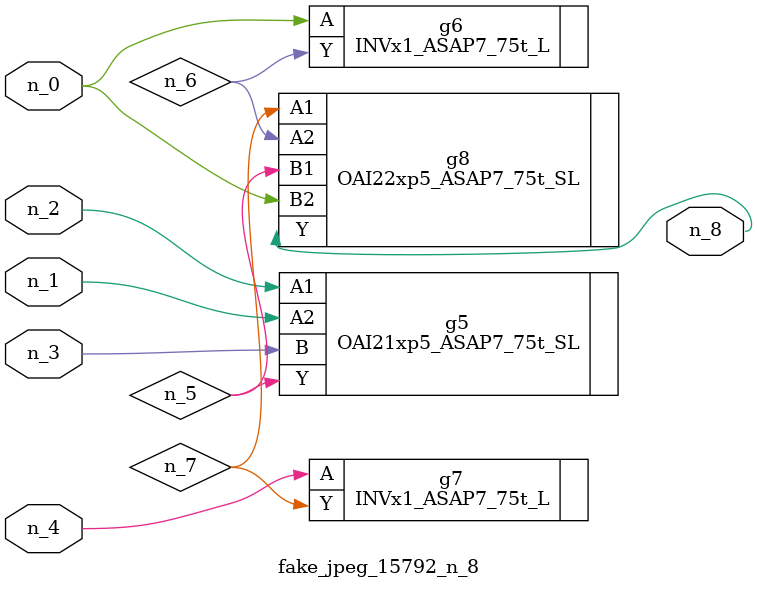
<source format=v>
module fake_jpeg_15792_n_8 (n_3, n_2, n_1, n_0, n_4, n_8);

input n_3;
input n_2;
input n_1;
input n_0;
input n_4;

output n_8;

wire n_6;
wire n_5;
wire n_7;

OAI21xp5_ASAP7_75t_SL g5 ( 
.A1(n_2),
.A2(n_1),
.B(n_3),
.Y(n_5)
);

INVx1_ASAP7_75t_L g6 ( 
.A(n_0),
.Y(n_6)
);

INVx1_ASAP7_75t_L g7 ( 
.A(n_4),
.Y(n_7)
);

OAI22xp5_ASAP7_75t_SL g8 ( 
.A1(n_7),
.A2(n_6),
.B1(n_5),
.B2(n_0),
.Y(n_8)
);


endmodule
</source>
